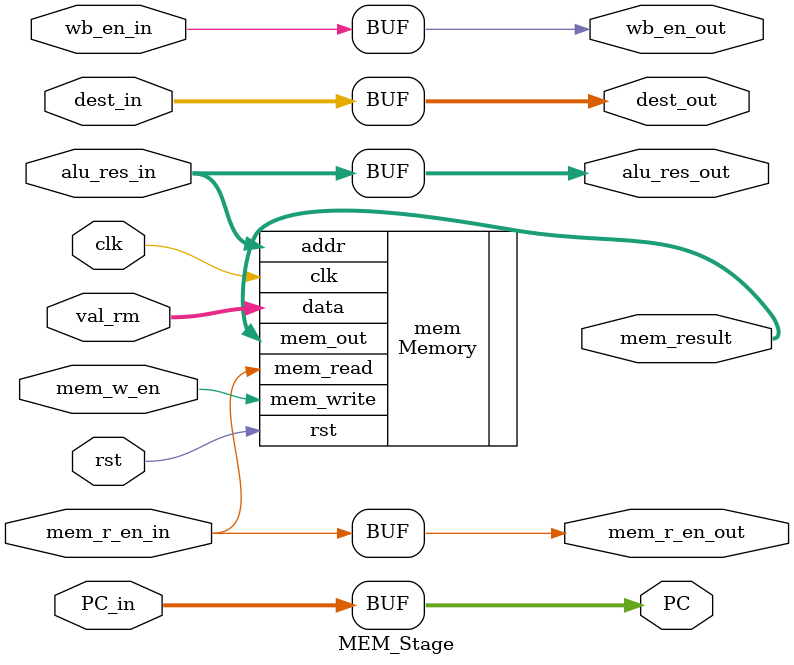
<source format=v>
module MEM_Stage(
	input clk, rst,
	input[31:0] PC_in,
	output [31:0] PC,

	input wb_en_in,
	input mem_r_en_in,
	input mem_w_en,
	input [31:0] alu_res_in,
	input [31:0] val_rm,
	input [3:0] dest_in,

	output wb_en_out,
	output mem_r_en_out,
	output [31:0] alu_res_out,
	output [3:0] dest_out,
	output [31:0] mem_result
);
	assign PC = PC_in;
	assign wb_en_out = wb_en_in;
	assign mem_r_en_out = mem_r_en_in;
	assign alu_res_out = alu_res_in;
	assign dest_out = dest_in;

	Memory mem(
		.clk(clk),
		.rst(rst),
		.mem_read(mem_r_en_in),
		.mem_write(mem_w_en),
		.addr(alu_res_in),
		.data(val_rm),
		.mem_out(mem_result)
	);
endmodule 
</source>
